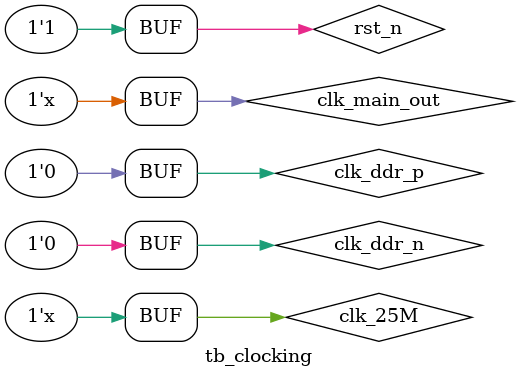
<source format=v>
`timescale 1ns / 1ps


module tb_clocking;

	// Inputs
	reg clk_25M;
	reg rst_n;
	reg clk_main_out;
	reg clk_ddr_p;
	reg clk_ddr_n;

	// Outputs
	wire clk_main;
	wire clk_sdr_p;
	wire clk_sdr_n;
	wire rst_sys_n;
	wire clk_sys;
	wire clk_col;
	wire clk_rxg;
	wire clk_rxio;
	wire clk_rxg_x2;
	wire rx_strobe;
	wire clk_txg;
	wire clk_txio;
	wire tx_strobe;

	// Instantiate the Unit Under Test (UUT)
	clocking uut (
		.clk_25M(clk_25M), 
		.rst_n(rst_n), 
		.clk_main(clk_main), 
		.clk_sdr_p(clk_sdr_p), 
		.clk_sdr_n(clk_sdr_n), 
		.clk_main_out(clk_main_out), 
		.clk_ddr_p(clk_ddr_p), 
		.clk_ddr_n(clk_ddr_n), 
		.rst_sys_n(rst_sys_n), 
		.clk_sys(clk_sys), 
		.clk_col(clk_col), 
		.clk_rxg(clk_rxg), 
		.clk_rxio(clk_rxio), 
		.clk_rxg_x2(clk_rxg_x2), 
		.rx_strobe(rx_strobe), 
		.clk_txg(clk_txg), 
		.clk_txio(clk_txio), 
		.tx_strobe(tx_strobe)
	);

	initial begin
		// Initialize Inputs
		clk_25M = 0;
		rst_n = 0;
		clk_main_out = 0;
		clk_ddr_p = 0;
		clk_ddr_n = 0;

		// Wait 100 ns for global reset to finish
		#100;
      #100 rst_n = 1;
		// Add stimulus here
		
	end
		
		always # 20 clk_25M = ~clk_25M;
		always # 20 clk_main_out = ~clk_main_out;
      
endmodule


</source>
